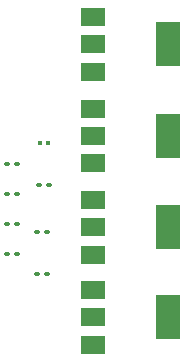
<source format=gtp>
G04 #@! TF.GenerationSoftware,KiCad,Pcbnew,(6.0.0)*
G04 #@! TF.CreationDate,2022-03-05T17:50:27-06:00*
G04 #@! TF.ProjectId,Output Module,4f757470-7574-4204-9d6f-64756c652e6b,rev?*
G04 #@! TF.SameCoordinates,Original*
G04 #@! TF.FileFunction,Paste,Top*
G04 #@! TF.FilePolarity,Positive*
%FSLAX46Y46*%
G04 Gerber Fmt 4.6, Leading zero omitted, Abs format (unit mm)*
G04 Created by KiCad (PCBNEW (6.0.0)) date 2022-03-05 17:50:27*
%MOMM*%
%LPD*%
G01*
G04 APERTURE LIST*
G04 Aperture macros list*
%AMRoundRect*
0 Rectangle with rounded corners*
0 $1 Rounding radius*
0 $2 $3 $4 $5 $6 $7 $8 $9 X,Y pos of 4 corners*
0 Add a 4 corners polygon primitive as box body*
4,1,4,$2,$3,$4,$5,$6,$7,$8,$9,$2,$3,0*
0 Add four circle primitives for the rounded corners*
1,1,$1+$1,$2,$3*
1,1,$1+$1,$4,$5*
1,1,$1+$1,$6,$7*
1,1,$1+$1,$8,$9*
0 Add four rect primitives between the rounded corners*
20,1,$1+$1,$2,$3,$4,$5,0*
20,1,$1+$1,$4,$5,$6,$7,0*
20,1,$1+$1,$6,$7,$8,$9,0*
20,1,$1+$1,$8,$9,$2,$3,0*%
G04 Aperture macros list end*
%ADD10RoundRect,0.090000X0.139000X0.090000X-0.139000X0.090000X-0.139000X-0.090000X0.139000X-0.090000X0*%
%ADD11RoundRect,0.090000X-0.139000X-0.090000X0.139000X-0.090000X0.139000X0.090000X-0.139000X0.090000X0*%
%ADD12R,2.000000X1.500000*%
%ADD13R,2.000000X3.800000*%
%ADD14RoundRect,0.079500X0.079500X0.100500X-0.079500X0.100500X-0.079500X-0.100500X0.079500X-0.100500X0*%
G04 APERTURE END LIST*
D10*
X110946500Y-92583000D03*
X111811500Y-92583000D03*
D11*
X109271500Y-86868000D03*
X108406500Y-86868000D03*
D12*
X115722000Y-74408000D03*
X115722000Y-76708000D03*
X115722000Y-79008000D03*
D13*
X122022000Y-76708000D03*
D11*
X108406500Y-94488000D03*
X109271500Y-94488000D03*
D12*
X115722000Y-89902000D03*
X115722000Y-92202000D03*
X115722000Y-94502000D03*
D13*
X122022000Y-92202000D03*
D12*
X115722000Y-82155000D03*
X115722000Y-84455000D03*
X115722000Y-86755000D03*
D13*
X122022000Y-84455000D03*
D10*
X111073500Y-88646000D03*
X111938500Y-88646000D03*
X110946500Y-96139000D03*
X111811500Y-96139000D03*
D12*
X115722000Y-97522000D03*
X115722000Y-99822000D03*
X115722000Y-102122000D03*
D13*
X122022000Y-99822000D03*
D11*
X109271500Y-91948000D03*
X108406500Y-91948000D03*
X109271500Y-89408000D03*
X108406500Y-89408000D03*
D14*
X111161000Y-85090000D03*
X111851000Y-85090000D03*
M02*

</source>
